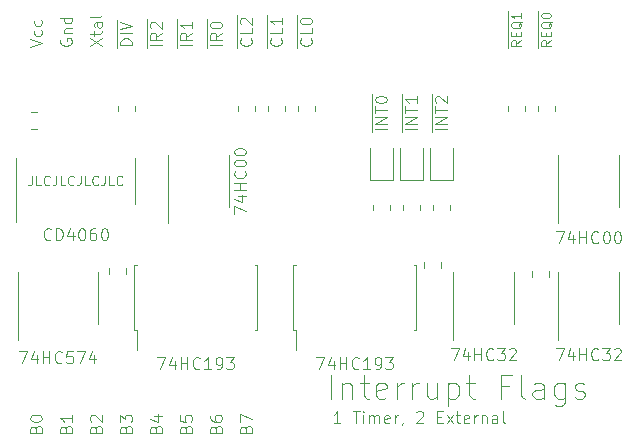
<source format=gbr>
%TF.GenerationSoftware,KiCad,Pcbnew,(5.1.10-1-10_14)*%
%TF.CreationDate,2021-11-15T20:19:36-05:00*%
%TF.ProjectId,interrupts,696e7465-7272-4757-9074-732e6b696361,rev?*%
%TF.SameCoordinates,Original*%
%TF.FileFunction,Legend,Top*%
%TF.FilePolarity,Positive*%
%FSLAX46Y46*%
G04 Gerber Fmt 4.6, Leading zero omitted, Abs format (unit mm)*
G04 Created by KiCad (PCBNEW (5.1.10-1-10_14)) date 2021-11-15 20:19:36*
%MOMM*%
%LPD*%
G01*
G04 APERTURE LIST*
%ADD10C,0.100000*%
%ADD11C,0.120000*%
G04 APERTURE END LIST*
D10*
X137528761Y-93033904D02*
X137528761Y-93605333D01*
X137490666Y-93719619D01*
X137414476Y-93795809D01*
X137300190Y-93833904D01*
X137224000Y-93833904D01*
X138290666Y-93833904D02*
X137909714Y-93833904D01*
X137909714Y-93033904D01*
X139014476Y-93757714D02*
X138976380Y-93795809D01*
X138862095Y-93833904D01*
X138785904Y-93833904D01*
X138671619Y-93795809D01*
X138595428Y-93719619D01*
X138557333Y-93643428D01*
X138519238Y-93491047D01*
X138519238Y-93376761D01*
X138557333Y-93224380D01*
X138595428Y-93148190D01*
X138671619Y-93072000D01*
X138785904Y-93033904D01*
X138862095Y-93033904D01*
X138976380Y-93072000D01*
X139014476Y-93110095D01*
X139585904Y-93033904D02*
X139585904Y-93605333D01*
X139547809Y-93719619D01*
X139471619Y-93795809D01*
X139357333Y-93833904D01*
X139281142Y-93833904D01*
X140347809Y-93833904D02*
X139966857Y-93833904D01*
X139966857Y-93033904D01*
X141071619Y-93757714D02*
X141033523Y-93795809D01*
X140919238Y-93833904D01*
X140843047Y-93833904D01*
X140728761Y-93795809D01*
X140652571Y-93719619D01*
X140614476Y-93643428D01*
X140576380Y-93491047D01*
X140576380Y-93376761D01*
X140614476Y-93224380D01*
X140652571Y-93148190D01*
X140728761Y-93072000D01*
X140843047Y-93033904D01*
X140919238Y-93033904D01*
X141033523Y-93072000D01*
X141071619Y-93110095D01*
X141643047Y-93033904D02*
X141643047Y-93605333D01*
X141604952Y-93719619D01*
X141528761Y-93795809D01*
X141414476Y-93833904D01*
X141338285Y-93833904D01*
X142404952Y-93833904D02*
X142024000Y-93833904D01*
X142024000Y-93033904D01*
X143128761Y-93757714D02*
X143090666Y-93795809D01*
X142976380Y-93833904D01*
X142900190Y-93833904D01*
X142785904Y-93795809D01*
X142709714Y-93719619D01*
X142671619Y-93643428D01*
X142633523Y-93491047D01*
X142633523Y-93376761D01*
X142671619Y-93224380D01*
X142709714Y-93148190D01*
X142785904Y-93072000D01*
X142900190Y-93033904D01*
X142976380Y-93033904D01*
X143090666Y-93072000D01*
X143128761Y-93110095D01*
X143700190Y-93033904D02*
X143700190Y-93605333D01*
X143662095Y-93719619D01*
X143585904Y-93795809D01*
X143471619Y-93833904D01*
X143395428Y-93833904D01*
X144462095Y-93833904D02*
X144081142Y-93833904D01*
X144081142Y-93033904D01*
X145185904Y-93757714D02*
X145147809Y-93795809D01*
X145033523Y-93833904D01*
X144957333Y-93833904D01*
X144843047Y-93795809D01*
X144766857Y-93719619D01*
X144728761Y-93643428D01*
X144690666Y-93491047D01*
X144690666Y-93376761D01*
X144728761Y-93224380D01*
X144766857Y-93148190D01*
X144843047Y-93072000D01*
X144957333Y-93033904D01*
X145033523Y-93033904D01*
X145147809Y-93072000D01*
X145185904Y-93110095D01*
X163640904Y-113990380D02*
X163069476Y-113990380D01*
X163355190Y-113990380D02*
X163355190Y-112990380D01*
X163259952Y-113133238D01*
X163164714Y-113228476D01*
X163069476Y-113276095D01*
X164688523Y-112990380D02*
X165259952Y-112990380D01*
X164974238Y-113990380D02*
X164974238Y-112990380D01*
X165593285Y-113990380D02*
X165593285Y-113323714D01*
X165593285Y-112990380D02*
X165545666Y-113038000D01*
X165593285Y-113085619D01*
X165640904Y-113038000D01*
X165593285Y-112990380D01*
X165593285Y-113085619D01*
X166069476Y-113990380D02*
X166069476Y-113323714D01*
X166069476Y-113418952D02*
X166117095Y-113371333D01*
X166212333Y-113323714D01*
X166355190Y-113323714D01*
X166450428Y-113371333D01*
X166498047Y-113466571D01*
X166498047Y-113990380D01*
X166498047Y-113466571D02*
X166545666Y-113371333D01*
X166640904Y-113323714D01*
X166783761Y-113323714D01*
X166879000Y-113371333D01*
X166926619Y-113466571D01*
X166926619Y-113990380D01*
X167783761Y-113942761D02*
X167688523Y-113990380D01*
X167498047Y-113990380D01*
X167402809Y-113942761D01*
X167355190Y-113847523D01*
X167355190Y-113466571D01*
X167402809Y-113371333D01*
X167498047Y-113323714D01*
X167688523Y-113323714D01*
X167783761Y-113371333D01*
X167831380Y-113466571D01*
X167831380Y-113561809D01*
X167355190Y-113657047D01*
X168259952Y-113990380D02*
X168259952Y-113323714D01*
X168259952Y-113514190D02*
X168307571Y-113418952D01*
X168355190Y-113371333D01*
X168450428Y-113323714D01*
X168545666Y-113323714D01*
X168926619Y-113942761D02*
X168926619Y-113990380D01*
X168879000Y-114085619D01*
X168831380Y-114133238D01*
X170069476Y-113085619D02*
X170117095Y-113038000D01*
X170212333Y-112990380D01*
X170450428Y-112990380D01*
X170545666Y-113038000D01*
X170593285Y-113085619D01*
X170640904Y-113180857D01*
X170640904Y-113276095D01*
X170593285Y-113418952D01*
X170021857Y-113990380D01*
X170640904Y-113990380D01*
X171831380Y-113466571D02*
X172164714Y-113466571D01*
X172307571Y-113990380D02*
X171831380Y-113990380D01*
X171831380Y-112990380D01*
X172307571Y-112990380D01*
X172640904Y-113990380D02*
X173164714Y-113323714D01*
X172640904Y-113323714D02*
X173164714Y-113990380D01*
X173402809Y-113323714D02*
X173783761Y-113323714D01*
X173545666Y-112990380D02*
X173545666Y-113847523D01*
X173593285Y-113942761D01*
X173688523Y-113990380D01*
X173783761Y-113990380D01*
X174498047Y-113942761D02*
X174402809Y-113990380D01*
X174212333Y-113990380D01*
X174117095Y-113942761D01*
X174069476Y-113847523D01*
X174069476Y-113466571D01*
X174117095Y-113371333D01*
X174212333Y-113323714D01*
X174402809Y-113323714D01*
X174498047Y-113371333D01*
X174545666Y-113466571D01*
X174545666Y-113561809D01*
X174069476Y-113657047D01*
X174974238Y-113990380D02*
X174974238Y-113323714D01*
X174974238Y-113514190D02*
X175021857Y-113418952D01*
X175069476Y-113371333D01*
X175164714Y-113323714D01*
X175259952Y-113323714D01*
X175593285Y-113323714D02*
X175593285Y-113990380D01*
X175593285Y-113418952D02*
X175640904Y-113371333D01*
X175736142Y-113323714D01*
X175879000Y-113323714D01*
X175974238Y-113371333D01*
X176021857Y-113466571D01*
X176021857Y-113990380D01*
X176926619Y-113990380D02*
X176926619Y-113466571D01*
X176879000Y-113371333D01*
X176783761Y-113323714D01*
X176593285Y-113323714D01*
X176498047Y-113371333D01*
X176926619Y-113942761D02*
X176831380Y-113990380D01*
X176593285Y-113990380D01*
X176498047Y-113942761D01*
X176450428Y-113847523D01*
X176450428Y-113752285D01*
X176498047Y-113657047D01*
X176593285Y-113609428D01*
X176831380Y-113609428D01*
X176926619Y-113561809D01*
X177545666Y-113990380D02*
X177450428Y-113942761D01*
X177402809Y-113847523D01*
X177402809Y-112990380D01*
X162847190Y-111902761D02*
X162847190Y-109902761D01*
X163799571Y-110569428D02*
X163799571Y-111902761D01*
X163799571Y-110759904D02*
X163894809Y-110664666D01*
X164085285Y-110569428D01*
X164371000Y-110569428D01*
X164561476Y-110664666D01*
X164656714Y-110855142D01*
X164656714Y-111902761D01*
X165323380Y-110569428D02*
X166085285Y-110569428D01*
X165609095Y-109902761D02*
X165609095Y-111617047D01*
X165704333Y-111807523D01*
X165894809Y-111902761D01*
X166085285Y-111902761D01*
X167513857Y-111807523D02*
X167323380Y-111902761D01*
X166942428Y-111902761D01*
X166751952Y-111807523D01*
X166656714Y-111617047D01*
X166656714Y-110855142D01*
X166751952Y-110664666D01*
X166942428Y-110569428D01*
X167323380Y-110569428D01*
X167513857Y-110664666D01*
X167609095Y-110855142D01*
X167609095Y-111045619D01*
X166656714Y-111236095D01*
X168466238Y-111902761D02*
X168466238Y-110569428D01*
X168466238Y-110950380D02*
X168561476Y-110759904D01*
X168656714Y-110664666D01*
X168847190Y-110569428D01*
X169037666Y-110569428D01*
X169704333Y-111902761D02*
X169704333Y-110569428D01*
X169704333Y-110950380D02*
X169799571Y-110759904D01*
X169894809Y-110664666D01*
X170085285Y-110569428D01*
X170275761Y-110569428D01*
X171799571Y-110569428D02*
X171799571Y-111902761D01*
X170942428Y-110569428D02*
X170942428Y-111617047D01*
X171037666Y-111807523D01*
X171228142Y-111902761D01*
X171513857Y-111902761D01*
X171704333Y-111807523D01*
X171799571Y-111712285D01*
X172751952Y-110569428D02*
X172751952Y-112569428D01*
X172751952Y-110664666D02*
X172942428Y-110569428D01*
X173323380Y-110569428D01*
X173513857Y-110664666D01*
X173609095Y-110759904D01*
X173704333Y-110950380D01*
X173704333Y-111521809D01*
X173609095Y-111712285D01*
X173513857Y-111807523D01*
X173323380Y-111902761D01*
X172942428Y-111902761D01*
X172751952Y-111807523D01*
X174275761Y-110569428D02*
X175037666Y-110569428D01*
X174561476Y-109902761D02*
X174561476Y-111617047D01*
X174656714Y-111807523D01*
X174847190Y-111902761D01*
X175037666Y-111902761D01*
X177894809Y-110855142D02*
X177228142Y-110855142D01*
X177228142Y-111902761D02*
X177228142Y-109902761D01*
X178180523Y-109902761D01*
X179228142Y-111902761D02*
X179037666Y-111807523D01*
X178942428Y-111617047D01*
X178942428Y-109902761D01*
X180847190Y-111902761D02*
X180847190Y-110855142D01*
X180751952Y-110664666D01*
X180561476Y-110569428D01*
X180180523Y-110569428D01*
X179990047Y-110664666D01*
X180847190Y-111807523D02*
X180656714Y-111902761D01*
X180180523Y-111902761D01*
X179990047Y-111807523D01*
X179894809Y-111617047D01*
X179894809Y-111426571D01*
X179990047Y-111236095D01*
X180180523Y-111140857D01*
X180656714Y-111140857D01*
X180847190Y-111045619D01*
X182656714Y-110569428D02*
X182656714Y-112188476D01*
X182561476Y-112378952D01*
X182466238Y-112474190D01*
X182275761Y-112569428D01*
X181990047Y-112569428D01*
X181799571Y-112474190D01*
X182656714Y-111807523D02*
X182466238Y-111902761D01*
X182085285Y-111902761D01*
X181894809Y-111807523D01*
X181799571Y-111712285D01*
X181704333Y-111521809D01*
X181704333Y-110950380D01*
X181799571Y-110759904D01*
X181894809Y-110664666D01*
X182085285Y-110569428D01*
X182466238Y-110569428D01*
X182656714Y-110664666D01*
X183513857Y-111807523D02*
X183704333Y-111902761D01*
X184085285Y-111902761D01*
X184275761Y-111807523D01*
X184371000Y-111617047D01*
X184371000Y-111521809D01*
X184275761Y-111331333D01*
X184085285Y-111236095D01*
X183799571Y-111236095D01*
X183609095Y-111140857D01*
X183513857Y-110950380D01*
X183513857Y-110855142D01*
X183609095Y-110664666D01*
X183799571Y-110569428D01*
X184085285Y-110569428D01*
X184275761Y-110664666D01*
X155630571Y-114475952D02*
X155678190Y-114333095D01*
X155725809Y-114285476D01*
X155821047Y-114237857D01*
X155963904Y-114237857D01*
X156059142Y-114285476D01*
X156106761Y-114333095D01*
X156154380Y-114428333D01*
X156154380Y-114809285D01*
X155154380Y-114809285D01*
X155154380Y-114475952D01*
X155202000Y-114380714D01*
X155249619Y-114333095D01*
X155344857Y-114285476D01*
X155440095Y-114285476D01*
X155535333Y-114333095D01*
X155582952Y-114380714D01*
X155630571Y-114475952D01*
X155630571Y-114809285D01*
X155154380Y-113904523D02*
X155154380Y-113237857D01*
X156154380Y-113666428D01*
X153090571Y-114475952D02*
X153138190Y-114333095D01*
X153185809Y-114285476D01*
X153281047Y-114237857D01*
X153423904Y-114237857D01*
X153519142Y-114285476D01*
X153566761Y-114333095D01*
X153614380Y-114428333D01*
X153614380Y-114809285D01*
X152614380Y-114809285D01*
X152614380Y-114475952D01*
X152662000Y-114380714D01*
X152709619Y-114333095D01*
X152804857Y-114285476D01*
X152900095Y-114285476D01*
X152995333Y-114333095D01*
X153042952Y-114380714D01*
X153090571Y-114475952D01*
X153090571Y-114809285D01*
X152614380Y-113380714D02*
X152614380Y-113571190D01*
X152662000Y-113666428D01*
X152709619Y-113714047D01*
X152852476Y-113809285D01*
X153042952Y-113856904D01*
X153423904Y-113856904D01*
X153519142Y-113809285D01*
X153566761Y-113761666D01*
X153614380Y-113666428D01*
X153614380Y-113475952D01*
X153566761Y-113380714D01*
X153519142Y-113333095D01*
X153423904Y-113285476D01*
X153185809Y-113285476D01*
X153090571Y-113333095D01*
X153042952Y-113380714D01*
X152995333Y-113475952D01*
X152995333Y-113666428D01*
X153042952Y-113761666D01*
X153090571Y-113809285D01*
X153185809Y-113856904D01*
X150550571Y-114475952D02*
X150598190Y-114333095D01*
X150645809Y-114285476D01*
X150741047Y-114237857D01*
X150883904Y-114237857D01*
X150979142Y-114285476D01*
X151026761Y-114333095D01*
X151074380Y-114428333D01*
X151074380Y-114809285D01*
X150074380Y-114809285D01*
X150074380Y-114475952D01*
X150122000Y-114380714D01*
X150169619Y-114333095D01*
X150264857Y-114285476D01*
X150360095Y-114285476D01*
X150455333Y-114333095D01*
X150502952Y-114380714D01*
X150550571Y-114475952D01*
X150550571Y-114809285D01*
X150074380Y-113333095D02*
X150074380Y-113809285D01*
X150550571Y-113856904D01*
X150502952Y-113809285D01*
X150455333Y-113714047D01*
X150455333Y-113475952D01*
X150502952Y-113380714D01*
X150550571Y-113333095D01*
X150645809Y-113285476D01*
X150883904Y-113285476D01*
X150979142Y-113333095D01*
X151026761Y-113380714D01*
X151074380Y-113475952D01*
X151074380Y-113714047D01*
X151026761Y-113809285D01*
X150979142Y-113856904D01*
X148010571Y-114475952D02*
X148058190Y-114333095D01*
X148105809Y-114285476D01*
X148201047Y-114237857D01*
X148343904Y-114237857D01*
X148439142Y-114285476D01*
X148486761Y-114333095D01*
X148534380Y-114428333D01*
X148534380Y-114809285D01*
X147534380Y-114809285D01*
X147534380Y-114475952D01*
X147582000Y-114380714D01*
X147629619Y-114333095D01*
X147724857Y-114285476D01*
X147820095Y-114285476D01*
X147915333Y-114333095D01*
X147962952Y-114380714D01*
X148010571Y-114475952D01*
X148010571Y-114809285D01*
X147867714Y-113380714D02*
X148534380Y-113380714D01*
X147486761Y-113618809D02*
X148201047Y-113856904D01*
X148201047Y-113237857D01*
X145470571Y-114475952D02*
X145518190Y-114333095D01*
X145565809Y-114285476D01*
X145661047Y-114237857D01*
X145803904Y-114237857D01*
X145899142Y-114285476D01*
X145946761Y-114333095D01*
X145994380Y-114428333D01*
X145994380Y-114809285D01*
X144994380Y-114809285D01*
X144994380Y-114475952D01*
X145042000Y-114380714D01*
X145089619Y-114333095D01*
X145184857Y-114285476D01*
X145280095Y-114285476D01*
X145375333Y-114333095D01*
X145422952Y-114380714D01*
X145470571Y-114475952D01*
X145470571Y-114809285D01*
X144994380Y-113904523D02*
X144994380Y-113285476D01*
X145375333Y-113618809D01*
X145375333Y-113475952D01*
X145422952Y-113380714D01*
X145470571Y-113333095D01*
X145565809Y-113285476D01*
X145803904Y-113285476D01*
X145899142Y-113333095D01*
X145946761Y-113380714D01*
X145994380Y-113475952D01*
X145994380Y-113761666D01*
X145946761Y-113856904D01*
X145899142Y-113904523D01*
X142930571Y-114475952D02*
X142978190Y-114333095D01*
X143025809Y-114285476D01*
X143121047Y-114237857D01*
X143263904Y-114237857D01*
X143359142Y-114285476D01*
X143406761Y-114333095D01*
X143454380Y-114428333D01*
X143454380Y-114809285D01*
X142454380Y-114809285D01*
X142454380Y-114475952D01*
X142502000Y-114380714D01*
X142549619Y-114333095D01*
X142644857Y-114285476D01*
X142740095Y-114285476D01*
X142835333Y-114333095D01*
X142882952Y-114380714D01*
X142930571Y-114475952D01*
X142930571Y-114809285D01*
X142549619Y-113856904D02*
X142502000Y-113809285D01*
X142454380Y-113714047D01*
X142454380Y-113475952D01*
X142502000Y-113380714D01*
X142549619Y-113333095D01*
X142644857Y-113285476D01*
X142740095Y-113285476D01*
X142882952Y-113333095D01*
X143454380Y-113904523D01*
X143454380Y-113285476D01*
X140390571Y-114475952D02*
X140438190Y-114333095D01*
X140485809Y-114285476D01*
X140581047Y-114237857D01*
X140723904Y-114237857D01*
X140819142Y-114285476D01*
X140866761Y-114333095D01*
X140914380Y-114428333D01*
X140914380Y-114809285D01*
X139914380Y-114809285D01*
X139914380Y-114475952D01*
X139962000Y-114380714D01*
X140009619Y-114333095D01*
X140104857Y-114285476D01*
X140200095Y-114285476D01*
X140295333Y-114333095D01*
X140342952Y-114380714D01*
X140390571Y-114475952D01*
X140390571Y-114809285D01*
X140914380Y-113285476D02*
X140914380Y-113856904D01*
X140914380Y-113571190D02*
X139914380Y-113571190D01*
X140057238Y-113666428D01*
X140152476Y-113761666D01*
X140200095Y-113856904D01*
X137850571Y-114475952D02*
X137898190Y-114333095D01*
X137945809Y-114285476D01*
X138041047Y-114237857D01*
X138183904Y-114237857D01*
X138279142Y-114285476D01*
X138326761Y-114333095D01*
X138374380Y-114428333D01*
X138374380Y-114809285D01*
X137374380Y-114809285D01*
X137374380Y-114475952D01*
X137422000Y-114380714D01*
X137469619Y-114333095D01*
X137564857Y-114285476D01*
X137660095Y-114285476D01*
X137755333Y-114333095D01*
X137802952Y-114380714D01*
X137850571Y-114475952D01*
X137850571Y-114809285D01*
X137374380Y-113618809D02*
X137374380Y-113523571D01*
X137422000Y-113428333D01*
X137469619Y-113380714D01*
X137564857Y-113333095D01*
X137755333Y-113285476D01*
X137993428Y-113285476D01*
X138183904Y-113333095D01*
X138279142Y-113380714D01*
X138326761Y-113428333D01*
X138374380Y-113523571D01*
X138374380Y-113618809D01*
X138326761Y-113714047D01*
X138279142Y-113761666D01*
X138183904Y-113809285D01*
X137993428Y-113856904D01*
X137755333Y-113856904D01*
X137564857Y-113809285D01*
X137469619Y-113761666D01*
X137422000Y-113714047D01*
X137374380Y-113618809D01*
X177856000Y-82231000D02*
X177856000Y-81431000D01*
X178923904Y-81583380D02*
X178542952Y-81850047D01*
X178923904Y-82040523D02*
X178123904Y-82040523D01*
X178123904Y-81735761D01*
X178162000Y-81659571D01*
X178200095Y-81621476D01*
X178276285Y-81583380D01*
X178390571Y-81583380D01*
X178466761Y-81621476D01*
X178504857Y-81659571D01*
X178542952Y-81735761D01*
X178542952Y-82040523D01*
X177856000Y-81431000D02*
X177856000Y-80707190D01*
X178504857Y-81240523D02*
X178504857Y-80973857D01*
X178923904Y-80859571D02*
X178923904Y-81240523D01*
X178123904Y-81240523D01*
X178123904Y-80859571D01*
X177856000Y-80707190D02*
X177856000Y-79869095D01*
X179000095Y-79983380D02*
X178962000Y-80059571D01*
X178885809Y-80135761D01*
X178771523Y-80250047D01*
X178733428Y-80326238D01*
X178733428Y-80402428D01*
X178923904Y-80364333D02*
X178885809Y-80440523D01*
X178809619Y-80516714D01*
X178657238Y-80554809D01*
X178390571Y-80554809D01*
X178238190Y-80516714D01*
X178162000Y-80440523D01*
X178123904Y-80364333D01*
X178123904Y-80211952D01*
X178162000Y-80135761D01*
X178238190Y-80059571D01*
X178390571Y-80021476D01*
X178657238Y-80021476D01*
X178809619Y-80059571D01*
X178885809Y-80135761D01*
X178923904Y-80211952D01*
X178923904Y-80364333D01*
X177856000Y-79869095D02*
X177856000Y-79107190D01*
X178923904Y-79259571D02*
X178923904Y-79716714D01*
X178923904Y-79488142D02*
X178123904Y-79488142D01*
X178238190Y-79564333D01*
X178314380Y-79640523D01*
X178352476Y-79716714D01*
X180396000Y-82231000D02*
X180396000Y-81431000D01*
X181463904Y-81583380D02*
X181082952Y-81850047D01*
X181463904Y-82040523D02*
X180663904Y-82040523D01*
X180663904Y-81735761D01*
X180702000Y-81659571D01*
X180740095Y-81621476D01*
X180816285Y-81583380D01*
X180930571Y-81583380D01*
X181006761Y-81621476D01*
X181044857Y-81659571D01*
X181082952Y-81735761D01*
X181082952Y-82040523D01*
X180396000Y-81431000D02*
X180396000Y-80707190D01*
X181044857Y-81240523D02*
X181044857Y-80973857D01*
X181463904Y-80859571D02*
X181463904Y-81240523D01*
X180663904Y-81240523D01*
X180663904Y-80859571D01*
X180396000Y-80707190D02*
X180396000Y-79869095D01*
X181540095Y-79983380D02*
X181502000Y-80059571D01*
X181425809Y-80135761D01*
X181311523Y-80250047D01*
X181273428Y-80326238D01*
X181273428Y-80402428D01*
X181463904Y-80364333D02*
X181425809Y-80440523D01*
X181349619Y-80516714D01*
X181197238Y-80554809D01*
X180930571Y-80554809D01*
X180778190Y-80516714D01*
X180702000Y-80440523D01*
X180663904Y-80364333D01*
X180663904Y-80211952D01*
X180702000Y-80135761D01*
X180778190Y-80059571D01*
X180930571Y-80021476D01*
X181197238Y-80021476D01*
X181349619Y-80059571D01*
X181425809Y-80135761D01*
X181463904Y-80211952D01*
X181463904Y-80364333D01*
X180396000Y-79869095D02*
X180396000Y-79107190D01*
X180663904Y-79526238D02*
X180663904Y-79450047D01*
X180702000Y-79373857D01*
X180740095Y-79335761D01*
X180816285Y-79297666D01*
X180968666Y-79259571D01*
X181159142Y-79259571D01*
X181311523Y-79297666D01*
X181387714Y-79335761D01*
X181425809Y-79373857D01*
X181463904Y-79450047D01*
X181463904Y-79526238D01*
X181425809Y-79602428D01*
X181387714Y-79640523D01*
X181311523Y-79678619D01*
X181159142Y-79716714D01*
X180968666Y-79716714D01*
X180816285Y-79678619D01*
X180740095Y-79640523D01*
X180702000Y-79602428D01*
X180663904Y-79526238D01*
X159932000Y-82231000D02*
X159932000Y-81231000D01*
X161139142Y-81421476D02*
X161186761Y-81469095D01*
X161234380Y-81611952D01*
X161234380Y-81707190D01*
X161186761Y-81850047D01*
X161091523Y-81945285D01*
X160996285Y-81992904D01*
X160805809Y-82040523D01*
X160662952Y-82040523D01*
X160472476Y-81992904D01*
X160377238Y-81945285D01*
X160282000Y-81850047D01*
X160234380Y-81707190D01*
X160234380Y-81611952D01*
X160282000Y-81469095D01*
X160329619Y-81421476D01*
X159932000Y-81231000D02*
X159932000Y-80421476D01*
X161234380Y-80516714D02*
X161234380Y-80992904D01*
X160234380Y-80992904D01*
X159932000Y-80421476D02*
X159932000Y-79469095D01*
X160234380Y-79992904D02*
X160234380Y-79897666D01*
X160282000Y-79802428D01*
X160329619Y-79754809D01*
X160424857Y-79707190D01*
X160615333Y-79659571D01*
X160853428Y-79659571D01*
X161043904Y-79707190D01*
X161139142Y-79754809D01*
X161186761Y-79802428D01*
X161234380Y-79897666D01*
X161234380Y-79992904D01*
X161186761Y-80088142D01*
X161139142Y-80135761D01*
X161043904Y-80183380D01*
X160853428Y-80231000D01*
X160615333Y-80231000D01*
X160424857Y-80183380D01*
X160329619Y-80135761D01*
X160282000Y-80088142D01*
X160234380Y-79992904D01*
X157392000Y-82231000D02*
X157392000Y-81231000D01*
X158599142Y-81421476D02*
X158646761Y-81469095D01*
X158694380Y-81611952D01*
X158694380Y-81707190D01*
X158646761Y-81850047D01*
X158551523Y-81945285D01*
X158456285Y-81992904D01*
X158265809Y-82040523D01*
X158122952Y-82040523D01*
X157932476Y-81992904D01*
X157837238Y-81945285D01*
X157742000Y-81850047D01*
X157694380Y-81707190D01*
X157694380Y-81611952D01*
X157742000Y-81469095D01*
X157789619Y-81421476D01*
X157392000Y-81231000D02*
X157392000Y-80421476D01*
X158694380Y-80516714D02*
X158694380Y-80992904D01*
X157694380Y-80992904D01*
X157392000Y-80421476D02*
X157392000Y-79469095D01*
X158694380Y-79659571D02*
X158694380Y-80231000D01*
X158694380Y-79945285D02*
X157694380Y-79945285D01*
X157837238Y-80040523D01*
X157932476Y-80135761D01*
X157980095Y-80231000D01*
X154852000Y-82231000D02*
X154852000Y-81231000D01*
X156059142Y-81421476D02*
X156106761Y-81469095D01*
X156154380Y-81611952D01*
X156154380Y-81707190D01*
X156106761Y-81850047D01*
X156011523Y-81945285D01*
X155916285Y-81992904D01*
X155725809Y-82040523D01*
X155582952Y-82040523D01*
X155392476Y-81992904D01*
X155297238Y-81945285D01*
X155202000Y-81850047D01*
X155154380Y-81707190D01*
X155154380Y-81611952D01*
X155202000Y-81469095D01*
X155249619Y-81421476D01*
X154852000Y-81231000D02*
X154852000Y-80421476D01*
X156154380Y-80516714D02*
X156154380Y-80992904D01*
X155154380Y-80992904D01*
X154852000Y-80421476D02*
X154852000Y-79469095D01*
X155249619Y-80231000D02*
X155202000Y-80183380D01*
X155154380Y-80088142D01*
X155154380Y-79850047D01*
X155202000Y-79754809D01*
X155249619Y-79707190D01*
X155344857Y-79659571D01*
X155440095Y-79659571D01*
X155582952Y-79707190D01*
X156154380Y-80278619D01*
X156154380Y-79659571D01*
X152312000Y-82231000D02*
X152312000Y-81754809D01*
X153614380Y-81992904D02*
X152614380Y-81992904D01*
X152312000Y-81754809D02*
X152312000Y-80754809D01*
X153614380Y-80945285D02*
X153138190Y-81278619D01*
X153614380Y-81516714D02*
X152614380Y-81516714D01*
X152614380Y-81135761D01*
X152662000Y-81040523D01*
X152709619Y-80992904D01*
X152804857Y-80945285D01*
X152947714Y-80945285D01*
X153042952Y-80992904D01*
X153090571Y-81040523D01*
X153138190Y-81135761D01*
X153138190Y-81516714D01*
X152312000Y-80754809D02*
X152312000Y-79802428D01*
X152614380Y-80326238D02*
X152614380Y-80231000D01*
X152662000Y-80135761D01*
X152709619Y-80088142D01*
X152804857Y-80040523D01*
X152995333Y-79992904D01*
X153233428Y-79992904D01*
X153423904Y-80040523D01*
X153519142Y-80088142D01*
X153566761Y-80135761D01*
X153614380Y-80231000D01*
X153614380Y-80326238D01*
X153566761Y-80421476D01*
X153519142Y-80469095D01*
X153423904Y-80516714D01*
X153233428Y-80564333D01*
X152995333Y-80564333D01*
X152804857Y-80516714D01*
X152709619Y-80469095D01*
X152662000Y-80421476D01*
X152614380Y-80326238D01*
X149772000Y-82231000D02*
X149772000Y-81754809D01*
X151074380Y-81992904D02*
X150074380Y-81992904D01*
X149772000Y-81754809D02*
X149772000Y-80754809D01*
X151074380Y-80945285D02*
X150598190Y-81278619D01*
X151074380Y-81516714D02*
X150074380Y-81516714D01*
X150074380Y-81135761D01*
X150122000Y-81040523D01*
X150169619Y-80992904D01*
X150264857Y-80945285D01*
X150407714Y-80945285D01*
X150502952Y-80992904D01*
X150550571Y-81040523D01*
X150598190Y-81135761D01*
X150598190Y-81516714D01*
X149772000Y-80754809D02*
X149772000Y-79802428D01*
X151074380Y-79992904D02*
X151074380Y-80564333D01*
X151074380Y-80278619D02*
X150074380Y-80278619D01*
X150217238Y-80373857D01*
X150312476Y-80469095D01*
X150360095Y-80564333D01*
X147232000Y-82231000D02*
X147232000Y-81754809D01*
X148534380Y-81992904D02*
X147534380Y-81992904D01*
X147232000Y-81754809D02*
X147232000Y-80754809D01*
X148534380Y-80945285D02*
X148058190Y-81278619D01*
X148534380Y-81516714D02*
X147534380Y-81516714D01*
X147534380Y-81135761D01*
X147582000Y-81040523D01*
X147629619Y-80992904D01*
X147724857Y-80945285D01*
X147867714Y-80945285D01*
X147962952Y-80992904D01*
X148010571Y-81040523D01*
X148058190Y-81135761D01*
X148058190Y-81516714D01*
X147232000Y-80754809D02*
X147232000Y-79802428D01*
X147629619Y-80564333D02*
X147582000Y-80516714D01*
X147534380Y-80421476D01*
X147534380Y-80183380D01*
X147582000Y-80088142D01*
X147629619Y-80040523D01*
X147724857Y-79992904D01*
X147820095Y-79992904D01*
X147962952Y-80040523D01*
X148534380Y-80611952D01*
X148534380Y-79992904D01*
X144692000Y-82231000D02*
X144692000Y-81231000D01*
X145994380Y-81992904D02*
X144994380Y-81992904D01*
X144994380Y-81754809D01*
X145042000Y-81611952D01*
X145137238Y-81516714D01*
X145232476Y-81469095D01*
X145422952Y-81421476D01*
X145565809Y-81421476D01*
X145756285Y-81469095D01*
X145851523Y-81516714D01*
X145946761Y-81611952D01*
X145994380Y-81754809D01*
X145994380Y-81992904D01*
X144692000Y-81231000D02*
X144692000Y-80754809D01*
X145994380Y-80992904D02*
X144994380Y-80992904D01*
X144692000Y-80754809D02*
X144692000Y-79897666D01*
X144994380Y-80659571D02*
X145994380Y-80326238D01*
X144994380Y-79992904D01*
X142454380Y-82088142D02*
X143454380Y-81421476D01*
X142454380Y-81421476D02*
X143454380Y-82088142D01*
X142787714Y-81183380D02*
X142787714Y-80802428D01*
X142454380Y-81040523D02*
X143311523Y-81040523D01*
X143406761Y-80992904D01*
X143454380Y-80897666D01*
X143454380Y-80802428D01*
X143454380Y-80040523D02*
X142930571Y-80040523D01*
X142835333Y-80088142D01*
X142787714Y-80183380D01*
X142787714Y-80373857D01*
X142835333Y-80469095D01*
X143406761Y-80040523D02*
X143454380Y-80135761D01*
X143454380Y-80373857D01*
X143406761Y-80469095D01*
X143311523Y-80516714D01*
X143216285Y-80516714D01*
X143121047Y-80469095D01*
X143073428Y-80373857D01*
X143073428Y-80135761D01*
X143025809Y-80040523D01*
X143454380Y-79421476D02*
X143406761Y-79516714D01*
X143311523Y-79564333D01*
X142454380Y-79564333D01*
X139962000Y-81469095D02*
X139914380Y-81564333D01*
X139914380Y-81707190D01*
X139962000Y-81850047D01*
X140057238Y-81945285D01*
X140152476Y-81992904D01*
X140342952Y-82040523D01*
X140485809Y-82040523D01*
X140676285Y-81992904D01*
X140771523Y-81945285D01*
X140866761Y-81850047D01*
X140914380Y-81707190D01*
X140914380Y-81611952D01*
X140866761Y-81469095D01*
X140819142Y-81421476D01*
X140485809Y-81421476D01*
X140485809Y-81611952D01*
X140247714Y-80992904D02*
X140914380Y-80992904D01*
X140342952Y-80992904D02*
X140295333Y-80945285D01*
X140247714Y-80850047D01*
X140247714Y-80707190D01*
X140295333Y-80611952D01*
X140390571Y-80564333D01*
X140914380Y-80564333D01*
X140914380Y-79659571D02*
X139914380Y-79659571D01*
X140866761Y-79659571D02*
X140914380Y-79754809D01*
X140914380Y-79945285D01*
X140866761Y-80040523D01*
X140819142Y-80088142D01*
X140723904Y-80135761D01*
X140438190Y-80135761D01*
X140342952Y-80088142D01*
X140295333Y-80040523D01*
X140247714Y-79945285D01*
X140247714Y-79754809D01*
X140295333Y-79659571D01*
X137374380Y-82135761D02*
X138374380Y-81802428D01*
X137374380Y-81469095D01*
X138326761Y-80707190D02*
X138374380Y-80802428D01*
X138374380Y-80992904D01*
X138326761Y-81088142D01*
X138279142Y-81135761D01*
X138183904Y-81183380D01*
X137898190Y-81183380D01*
X137802952Y-81135761D01*
X137755333Y-81088142D01*
X137707714Y-80992904D01*
X137707714Y-80802428D01*
X137755333Y-80707190D01*
X138326761Y-79850047D02*
X138374380Y-79945285D01*
X138374380Y-80135761D01*
X138326761Y-80231000D01*
X138279142Y-80278619D01*
X138183904Y-80326238D01*
X137898190Y-80326238D01*
X137802952Y-80278619D01*
X137755333Y-80231000D01*
X137707714Y-80135761D01*
X137707714Y-79945285D01*
X137755333Y-79850047D01*
X171362000Y-89343000D02*
X171362000Y-88866809D01*
X172664380Y-89104904D02*
X171664380Y-89104904D01*
X171362000Y-88866809D02*
X171362000Y-87819190D01*
X172664380Y-88628714D02*
X171664380Y-88628714D01*
X172664380Y-88057285D01*
X171664380Y-88057285D01*
X171362000Y-87819190D02*
X171362000Y-87057285D01*
X171664380Y-87723952D02*
X171664380Y-87152523D01*
X172664380Y-87438238D02*
X171664380Y-87438238D01*
X171362000Y-87057285D02*
X171362000Y-86104904D01*
X171759619Y-86866809D02*
X171712000Y-86819190D01*
X171664380Y-86723952D01*
X171664380Y-86485857D01*
X171712000Y-86390619D01*
X171759619Y-86343000D01*
X171854857Y-86295380D01*
X171950095Y-86295380D01*
X172092952Y-86343000D01*
X172664380Y-86914428D01*
X172664380Y-86295380D01*
X168822000Y-89343000D02*
X168822000Y-88866809D01*
X170124380Y-89104904D02*
X169124380Y-89104904D01*
X168822000Y-88866809D02*
X168822000Y-87819190D01*
X170124380Y-88628714D02*
X169124380Y-88628714D01*
X170124380Y-88057285D01*
X169124380Y-88057285D01*
X168822000Y-87819190D02*
X168822000Y-87057285D01*
X169124380Y-87723952D02*
X169124380Y-87152523D01*
X170124380Y-87438238D02*
X169124380Y-87438238D01*
X168822000Y-87057285D02*
X168822000Y-86104904D01*
X170124380Y-86295380D02*
X170124380Y-86866809D01*
X170124380Y-86581095D02*
X169124380Y-86581095D01*
X169267238Y-86676333D01*
X169362476Y-86771571D01*
X169410095Y-86866809D01*
X166282000Y-89343000D02*
X166282000Y-88866809D01*
X167584380Y-89104904D02*
X166584380Y-89104904D01*
X166282000Y-88866809D02*
X166282000Y-87819190D01*
X167584380Y-88628714D02*
X166584380Y-88628714D01*
X167584380Y-88057285D01*
X166584380Y-88057285D01*
X166282000Y-87819190D02*
X166282000Y-87057285D01*
X166584380Y-87723952D02*
X166584380Y-87152523D01*
X167584380Y-87438238D02*
X166584380Y-87438238D01*
X166282000Y-87057285D02*
X166282000Y-86104904D01*
X166584380Y-86628714D02*
X166584380Y-86533476D01*
X166632000Y-86438238D01*
X166679619Y-86390619D01*
X166774857Y-86343000D01*
X166965333Y-86295380D01*
X167203428Y-86295380D01*
X167393904Y-86343000D01*
X167489142Y-86390619D01*
X167536761Y-86438238D01*
X167584380Y-86533476D01*
X167584380Y-86628714D01*
X167536761Y-86723952D01*
X167489142Y-86771571D01*
X167393904Y-86819190D01*
X167203428Y-86866809D01*
X166965333Y-86866809D01*
X166774857Y-86819190D01*
X166679619Y-86771571D01*
X166632000Y-86723952D01*
X166584380Y-86628714D01*
D11*
%TO.C,U9*%
X170056000Y-103378000D02*
X170056000Y-100618000D01*
X170056000Y-100618000D02*
X169851000Y-100618000D01*
X170056000Y-103378000D02*
X170056000Y-106138000D01*
X170056000Y-106138000D02*
X169851000Y-106138000D01*
X159636000Y-103378000D02*
X159636000Y-100618000D01*
X159636000Y-100618000D02*
X159841000Y-100618000D01*
X159636000Y-103378000D02*
X159636000Y-106138000D01*
X159636000Y-106138000D02*
X159841000Y-106138000D01*
X159841000Y-106138000D02*
X159841000Y-107828000D01*
%TO.C,U8*%
X156594000Y-103378000D02*
X156594000Y-100618000D01*
X156594000Y-100618000D02*
X156389000Y-100618000D01*
X156594000Y-103378000D02*
X156594000Y-106138000D01*
X156594000Y-106138000D02*
X156389000Y-106138000D01*
X146174000Y-103378000D02*
X146174000Y-100618000D01*
X146174000Y-100618000D02*
X146379000Y-100618000D01*
X146174000Y-103378000D02*
X146174000Y-106138000D01*
X146174000Y-106138000D02*
X146379000Y-106138000D01*
X146379000Y-106138000D02*
X146379000Y-107828000D01*
%TO.C,U13*%
X154248000Y-93472000D02*
X154248000Y-91272000D01*
X154248000Y-93472000D02*
X154248000Y-95672000D01*
X149028000Y-93472000D02*
X149028000Y-91272000D01*
X149028000Y-93472000D02*
X149028000Y-97072000D01*
%TO.C,C4*%
X137406748Y-89127000D02*
X137929252Y-89127000D01*
X137406748Y-87657000D02*
X137929252Y-87657000D01*
%TO.C,C3*%
X179859000Y-101084748D02*
X179859000Y-101607252D01*
X181329000Y-101084748D02*
X181329000Y-101607252D01*
%TO.C,C2*%
X144045000Y-100830748D02*
X144045000Y-101353252D01*
X145515000Y-100830748D02*
X145515000Y-101353252D01*
%TO.C,C1*%
X170715000Y-100322748D02*
X170715000Y-100845252D01*
X172185000Y-100322748D02*
X172185000Y-100845252D01*
%TO.C,R9*%
X144807000Y-87148936D02*
X144807000Y-87603064D01*
X146277000Y-87148936D02*
X146277000Y-87603064D01*
%TO.C,R8*%
X177827000Y-87148936D02*
X177827000Y-87603064D01*
X179297000Y-87148936D02*
X179297000Y-87603064D01*
%TO.C,R7*%
X180367000Y-87148936D02*
X180367000Y-87603064D01*
X181837000Y-87148936D02*
X181837000Y-87603064D01*
%TO.C,R6*%
X154967000Y-87148936D02*
X154967000Y-87603064D01*
X156437000Y-87148936D02*
X156437000Y-87603064D01*
%TO.C,R5*%
X157507000Y-87148936D02*
X157507000Y-87603064D01*
X158977000Y-87148936D02*
X158977000Y-87603064D01*
%TO.C,R4*%
X160047000Y-87148936D02*
X160047000Y-87603064D01*
X161517000Y-87148936D02*
X161517000Y-87603064D01*
%TO.C,R3*%
X171477000Y-95530936D02*
X171477000Y-95985064D01*
X172947000Y-95530936D02*
X172947000Y-95985064D01*
%TO.C,R2*%
X168937000Y-95530936D02*
X168937000Y-95985064D01*
X170407000Y-95530936D02*
X170407000Y-95985064D01*
%TO.C,R1*%
X166397000Y-95530936D02*
X166397000Y-95985064D01*
X167867000Y-95530936D02*
X167867000Y-95985064D01*
%TO.C,D3*%
X173172000Y-93379000D02*
X173172000Y-90694000D01*
X171252000Y-93379000D02*
X173172000Y-93379000D01*
X171252000Y-90694000D02*
X171252000Y-93379000D01*
%TO.C,D2*%
X170632000Y-93379000D02*
X170632000Y-90694000D01*
X168712000Y-93379000D02*
X170632000Y-93379000D01*
X168712000Y-90694000D02*
X168712000Y-93379000D01*
%TO.C,D1*%
X168092000Y-93379000D02*
X168092000Y-90694000D01*
X166172000Y-93379000D02*
X168092000Y-93379000D01*
X166172000Y-90694000D02*
X166172000Y-93379000D01*
%TO.C,U12*%
X182048000Y-93472000D02*
X182048000Y-97072000D01*
X182048000Y-93472000D02*
X182048000Y-91272000D01*
X187268000Y-93472000D02*
X187268000Y-95672000D01*
X187268000Y-93472000D02*
X187268000Y-91272000D01*
%TO.C,U11*%
X182048000Y-103378000D02*
X182048000Y-106978000D01*
X182048000Y-103378000D02*
X182048000Y-101178000D01*
X187268000Y-103378000D02*
X187268000Y-105578000D01*
X187268000Y-103378000D02*
X187268000Y-101178000D01*
%TO.C,U10*%
X173158000Y-103378000D02*
X173158000Y-106978000D01*
X173158000Y-103378000D02*
X173158000Y-101178000D01*
X178378000Y-103378000D02*
X178378000Y-105578000D01*
X178378000Y-103378000D02*
X178378000Y-101178000D01*
%TO.C,U7*%
X136315000Y-103378000D02*
X136315000Y-106978000D01*
X136315000Y-103378000D02*
X136315000Y-101178000D01*
X143085000Y-103378000D02*
X143085000Y-105578000D01*
X143085000Y-103378000D02*
X143085000Y-101178000D01*
%TO.C,U6*%
X136164000Y-93472000D02*
X136164000Y-96922000D01*
X136164000Y-93472000D02*
X136164000Y-91522000D01*
X146284000Y-93472000D02*
X146284000Y-95422000D01*
X146284000Y-93472000D02*
X146284000Y-91522000D01*
%TO.C,U9*%
D10*
X161584095Y-108418380D02*
X162250761Y-108418380D01*
X161822190Y-109418380D01*
X163060285Y-108751714D02*
X163060285Y-109418380D01*
X162822190Y-108370761D02*
X162584095Y-109085047D01*
X163203142Y-109085047D01*
X163584095Y-109418380D02*
X163584095Y-108418380D01*
X163584095Y-108894571D02*
X164155523Y-108894571D01*
X164155523Y-109418380D02*
X164155523Y-108418380D01*
X165203142Y-109323142D02*
X165155523Y-109370761D01*
X165012666Y-109418380D01*
X164917428Y-109418380D01*
X164774571Y-109370761D01*
X164679333Y-109275523D01*
X164631714Y-109180285D01*
X164584095Y-108989809D01*
X164584095Y-108846952D01*
X164631714Y-108656476D01*
X164679333Y-108561238D01*
X164774571Y-108466000D01*
X164917428Y-108418380D01*
X165012666Y-108418380D01*
X165155523Y-108466000D01*
X165203142Y-108513619D01*
X166155523Y-109418380D02*
X165584095Y-109418380D01*
X165869809Y-109418380D02*
X165869809Y-108418380D01*
X165774571Y-108561238D01*
X165679333Y-108656476D01*
X165584095Y-108704095D01*
X166631714Y-109418380D02*
X166822190Y-109418380D01*
X166917428Y-109370761D01*
X166965047Y-109323142D01*
X167060285Y-109180285D01*
X167107904Y-108989809D01*
X167107904Y-108608857D01*
X167060285Y-108513619D01*
X167012666Y-108466000D01*
X166917428Y-108418380D01*
X166726952Y-108418380D01*
X166631714Y-108466000D01*
X166584095Y-108513619D01*
X166536476Y-108608857D01*
X166536476Y-108846952D01*
X166584095Y-108942190D01*
X166631714Y-108989809D01*
X166726952Y-109037428D01*
X166917428Y-109037428D01*
X167012666Y-108989809D01*
X167060285Y-108942190D01*
X167107904Y-108846952D01*
X167441238Y-108418380D02*
X168060285Y-108418380D01*
X167726952Y-108799333D01*
X167869809Y-108799333D01*
X167965047Y-108846952D01*
X168012666Y-108894571D01*
X168060285Y-108989809D01*
X168060285Y-109227904D01*
X168012666Y-109323142D01*
X167965047Y-109370761D01*
X167869809Y-109418380D01*
X167584095Y-109418380D01*
X167488857Y-109370761D01*
X167441238Y-109323142D01*
%TO.C,U8*%
X148122095Y-108418380D02*
X148788761Y-108418380D01*
X148360190Y-109418380D01*
X149598285Y-108751714D02*
X149598285Y-109418380D01*
X149360190Y-108370761D02*
X149122095Y-109085047D01*
X149741142Y-109085047D01*
X150122095Y-109418380D02*
X150122095Y-108418380D01*
X150122095Y-108894571D02*
X150693523Y-108894571D01*
X150693523Y-109418380D02*
X150693523Y-108418380D01*
X151741142Y-109323142D02*
X151693523Y-109370761D01*
X151550666Y-109418380D01*
X151455428Y-109418380D01*
X151312571Y-109370761D01*
X151217333Y-109275523D01*
X151169714Y-109180285D01*
X151122095Y-108989809D01*
X151122095Y-108846952D01*
X151169714Y-108656476D01*
X151217333Y-108561238D01*
X151312571Y-108466000D01*
X151455428Y-108418380D01*
X151550666Y-108418380D01*
X151693523Y-108466000D01*
X151741142Y-108513619D01*
X152693523Y-109418380D02*
X152122095Y-109418380D01*
X152407809Y-109418380D02*
X152407809Y-108418380D01*
X152312571Y-108561238D01*
X152217333Y-108656476D01*
X152122095Y-108704095D01*
X153169714Y-109418380D02*
X153360190Y-109418380D01*
X153455428Y-109370761D01*
X153503047Y-109323142D01*
X153598285Y-109180285D01*
X153645904Y-108989809D01*
X153645904Y-108608857D01*
X153598285Y-108513619D01*
X153550666Y-108466000D01*
X153455428Y-108418380D01*
X153264952Y-108418380D01*
X153169714Y-108466000D01*
X153122095Y-108513619D01*
X153074476Y-108608857D01*
X153074476Y-108846952D01*
X153122095Y-108942190D01*
X153169714Y-108989809D01*
X153264952Y-109037428D01*
X153455428Y-109037428D01*
X153550666Y-108989809D01*
X153598285Y-108942190D01*
X153645904Y-108846952D01*
X153979238Y-108418380D02*
X154598285Y-108418380D01*
X154264952Y-108799333D01*
X154407809Y-108799333D01*
X154503047Y-108846952D01*
X154550666Y-108894571D01*
X154598285Y-108989809D01*
X154598285Y-109227904D01*
X154550666Y-109323142D01*
X154503047Y-109370761D01*
X154407809Y-109418380D01*
X154122095Y-109418380D01*
X154026857Y-109370761D01*
X153979238Y-109323142D01*
%TO.C,U13*%
X154646380Y-96257714D02*
X154646380Y-95591047D01*
X155646380Y-96019619D01*
X154979714Y-94781523D02*
X155646380Y-94781523D01*
X154598761Y-95019619D02*
X155313047Y-95257714D01*
X155313047Y-94638666D01*
X155646380Y-94257714D02*
X154646380Y-94257714D01*
X155122571Y-94257714D02*
X155122571Y-93686285D01*
X155646380Y-93686285D02*
X154646380Y-93686285D01*
X155551142Y-92638666D02*
X155598761Y-92686285D01*
X155646380Y-92829142D01*
X155646380Y-92924380D01*
X155598761Y-93067238D01*
X155503523Y-93162476D01*
X155408285Y-93210095D01*
X155217809Y-93257714D01*
X155074952Y-93257714D01*
X154884476Y-93210095D01*
X154789238Y-93162476D01*
X154694000Y-93067238D01*
X154646380Y-92924380D01*
X154646380Y-92829142D01*
X154694000Y-92686285D01*
X154741619Y-92638666D01*
X154646380Y-92019619D02*
X154646380Y-91924380D01*
X154694000Y-91829142D01*
X154741619Y-91781523D01*
X154836857Y-91733904D01*
X155027333Y-91686285D01*
X155265428Y-91686285D01*
X155455904Y-91733904D01*
X155551142Y-91781523D01*
X155598761Y-91829142D01*
X155646380Y-91924380D01*
X155646380Y-92019619D01*
X155598761Y-92114857D01*
X155551142Y-92162476D01*
X155455904Y-92210095D01*
X155265428Y-92257714D01*
X155027333Y-92257714D01*
X154836857Y-92210095D01*
X154741619Y-92162476D01*
X154694000Y-92114857D01*
X154646380Y-92019619D01*
X154646380Y-91067238D02*
X154646380Y-90972000D01*
X154694000Y-90876761D01*
X154741619Y-90829142D01*
X154836857Y-90781523D01*
X155027333Y-90733904D01*
X155265428Y-90733904D01*
X155455904Y-90781523D01*
X155551142Y-90829142D01*
X155598761Y-90876761D01*
X155646380Y-90972000D01*
X155646380Y-91067238D01*
X155598761Y-91162476D01*
X155551142Y-91210095D01*
X155455904Y-91257714D01*
X155265428Y-91305333D01*
X155027333Y-91305333D01*
X154836857Y-91257714D01*
X154741619Y-91210095D01*
X154694000Y-91162476D01*
X154646380Y-91067238D01*
%TO.C,U12*%
X181872285Y-97750380D02*
X182538952Y-97750380D01*
X182110380Y-98750380D01*
X183348476Y-98083714D02*
X183348476Y-98750380D01*
X183110380Y-97702761D02*
X182872285Y-98417047D01*
X183491333Y-98417047D01*
X183872285Y-98750380D02*
X183872285Y-97750380D01*
X183872285Y-98226571D02*
X184443714Y-98226571D01*
X184443714Y-98750380D02*
X184443714Y-97750380D01*
X185491333Y-98655142D02*
X185443714Y-98702761D01*
X185300857Y-98750380D01*
X185205619Y-98750380D01*
X185062761Y-98702761D01*
X184967523Y-98607523D01*
X184919904Y-98512285D01*
X184872285Y-98321809D01*
X184872285Y-98178952D01*
X184919904Y-97988476D01*
X184967523Y-97893238D01*
X185062761Y-97798000D01*
X185205619Y-97750380D01*
X185300857Y-97750380D01*
X185443714Y-97798000D01*
X185491333Y-97845619D01*
X186110380Y-97750380D02*
X186205619Y-97750380D01*
X186300857Y-97798000D01*
X186348476Y-97845619D01*
X186396095Y-97940857D01*
X186443714Y-98131333D01*
X186443714Y-98369428D01*
X186396095Y-98559904D01*
X186348476Y-98655142D01*
X186300857Y-98702761D01*
X186205619Y-98750380D01*
X186110380Y-98750380D01*
X186015142Y-98702761D01*
X185967523Y-98655142D01*
X185919904Y-98559904D01*
X185872285Y-98369428D01*
X185872285Y-98131333D01*
X185919904Y-97940857D01*
X185967523Y-97845619D01*
X186015142Y-97798000D01*
X186110380Y-97750380D01*
X187062761Y-97750380D02*
X187158000Y-97750380D01*
X187253238Y-97798000D01*
X187300857Y-97845619D01*
X187348476Y-97940857D01*
X187396095Y-98131333D01*
X187396095Y-98369428D01*
X187348476Y-98559904D01*
X187300857Y-98655142D01*
X187253238Y-98702761D01*
X187158000Y-98750380D01*
X187062761Y-98750380D01*
X186967523Y-98702761D01*
X186919904Y-98655142D01*
X186872285Y-98559904D01*
X186824666Y-98369428D01*
X186824666Y-98131333D01*
X186872285Y-97940857D01*
X186919904Y-97845619D01*
X186967523Y-97798000D01*
X187062761Y-97750380D01*
%TO.C,U11*%
X181872285Y-107656380D02*
X182538952Y-107656380D01*
X182110380Y-108656380D01*
X183348476Y-107989714D02*
X183348476Y-108656380D01*
X183110380Y-107608761D02*
X182872285Y-108323047D01*
X183491333Y-108323047D01*
X183872285Y-108656380D02*
X183872285Y-107656380D01*
X183872285Y-108132571D02*
X184443714Y-108132571D01*
X184443714Y-108656380D02*
X184443714Y-107656380D01*
X185491333Y-108561142D02*
X185443714Y-108608761D01*
X185300857Y-108656380D01*
X185205619Y-108656380D01*
X185062761Y-108608761D01*
X184967523Y-108513523D01*
X184919904Y-108418285D01*
X184872285Y-108227809D01*
X184872285Y-108084952D01*
X184919904Y-107894476D01*
X184967523Y-107799238D01*
X185062761Y-107704000D01*
X185205619Y-107656380D01*
X185300857Y-107656380D01*
X185443714Y-107704000D01*
X185491333Y-107751619D01*
X185824666Y-107656380D02*
X186443714Y-107656380D01*
X186110380Y-108037333D01*
X186253238Y-108037333D01*
X186348476Y-108084952D01*
X186396095Y-108132571D01*
X186443714Y-108227809D01*
X186443714Y-108465904D01*
X186396095Y-108561142D01*
X186348476Y-108608761D01*
X186253238Y-108656380D01*
X185967523Y-108656380D01*
X185872285Y-108608761D01*
X185824666Y-108561142D01*
X186824666Y-107751619D02*
X186872285Y-107704000D01*
X186967523Y-107656380D01*
X187205619Y-107656380D01*
X187300857Y-107704000D01*
X187348476Y-107751619D01*
X187396095Y-107846857D01*
X187396095Y-107942095D01*
X187348476Y-108084952D01*
X186777047Y-108656380D01*
X187396095Y-108656380D01*
%TO.C,U10*%
X172982285Y-107656380D02*
X173648952Y-107656380D01*
X173220380Y-108656380D01*
X174458476Y-107989714D02*
X174458476Y-108656380D01*
X174220380Y-107608761D02*
X173982285Y-108323047D01*
X174601333Y-108323047D01*
X174982285Y-108656380D02*
X174982285Y-107656380D01*
X174982285Y-108132571D02*
X175553714Y-108132571D01*
X175553714Y-108656380D02*
X175553714Y-107656380D01*
X176601333Y-108561142D02*
X176553714Y-108608761D01*
X176410857Y-108656380D01*
X176315619Y-108656380D01*
X176172761Y-108608761D01*
X176077523Y-108513523D01*
X176029904Y-108418285D01*
X175982285Y-108227809D01*
X175982285Y-108084952D01*
X176029904Y-107894476D01*
X176077523Y-107799238D01*
X176172761Y-107704000D01*
X176315619Y-107656380D01*
X176410857Y-107656380D01*
X176553714Y-107704000D01*
X176601333Y-107751619D01*
X176934666Y-107656380D02*
X177553714Y-107656380D01*
X177220380Y-108037333D01*
X177363238Y-108037333D01*
X177458476Y-108084952D01*
X177506095Y-108132571D01*
X177553714Y-108227809D01*
X177553714Y-108465904D01*
X177506095Y-108561142D01*
X177458476Y-108608761D01*
X177363238Y-108656380D01*
X177077523Y-108656380D01*
X176982285Y-108608761D01*
X176934666Y-108561142D01*
X177934666Y-107751619D02*
X177982285Y-107704000D01*
X178077523Y-107656380D01*
X178315619Y-107656380D01*
X178410857Y-107704000D01*
X178458476Y-107751619D01*
X178506095Y-107846857D01*
X178506095Y-107942095D01*
X178458476Y-108084952D01*
X177887047Y-108656380D01*
X178506095Y-108656380D01*
%TO.C,U7*%
X136438095Y-107910380D02*
X137104761Y-107910380D01*
X136676190Y-108910380D01*
X137914285Y-108243714D02*
X137914285Y-108910380D01*
X137676190Y-107862761D02*
X137438095Y-108577047D01*
X138057142Y-108577047D01*
X138438095Y-108910380D02*
X138438095Y-107910380D01*
X138438095Y-108386571D02*
X139009523Y-108386571D01*
X139009523Y-108910380D02*
X139009523Y-107910380D01*
X140057142Y-108815142D02*
X140009523Y-108862761D01*
X139866666Y-108910380D01*
X139771428Y-108910380D01*
X139628571Y-108862761D01*
X139533333Y-108767523D01*
X139485714Y-108672285D01*
X139438095Y-108481809D01*
X139438095Y-108338952D01*
X139485714Y-108148476D01*
X139533333Y-108053238D01*
X139628571Y-107958000D01*
X139771428Y-107910380D01*
X139866666Y-107910380D01*
X140009523Y-107958000D01*
X140057142Y-108005619D01*
X140961904Y-107910380D02*
X140485714Y-107910380D01*
X140438095Y-108386571D01*
X140485714Y-108338952D01*
X140580952Y-108291333D01*
X140819047Y-108291333D01*
X140914285Y-108338952D01*
X140961904Y-108386571D01*
X141009523Y-108481809D01*
X141009523Y-108719904D01*
X140961904Y-108815142D01*
X140914285Y-108862761D01*
X140819047Y-108910380D01*
X140580952Y-108910380D01*
X140485714Y-108862761D01*
X140438095Y-108815142D01*
X141342857Y-107910380D02*
X142009523Y-107910380D01*
X141580952Y-108910380D01*
X142819047Y-108243714D02*
X142819047Y-108910380D01*
X142580952Y-107862761D02*
X142342857Y-108577047D01*
X142961904Y-108577047D01*
%TO.C,U6*%
X139128761Y-98401142D02*
X139081142Y-98448761D01*
X138938285Y-98496380D01*
X138843047Y-98496380D01*
X138700190Y-98448761D01*
X138604952Y-98353523D01*
X138557333Y-98258285D01*
X138509714Y-98067809D01*
X138509714Y-97924952D01*
X138557333Y-97734476D01*
X138604952Y-97639238D01*
X138700190Y-97544000D01*
X138843047Y-97496380D01*
X138938285Y-97496380D01*
X139081142Y-97544000D01*
X139128761Y-97591619D01*
X139557333Y-98496380D02*
X139557333Y-97496380D01*
X139795428Y-97496380D01*
X139938285Y-97544000D01*
X140033523Y-97639238D01*
X140081142Y-97734476D01*
X140128761Y-97924952D01*
X140128761Y-98067809D01*
X140081142Y-98258285D01*
X140033523Y-98353523D01*
X139938285Y-98448761D01*
X139795428Y-98496380D01*
X139557333Y-98496380D01*
X140985904Y-97829714D02*
X140985904Y-98496380D01*
X140747809Y-97448761D02*
X140509714Y-98163047D01*
X141128761Y-98163047D01*
X141700190Y-97496380D02*
X141795428Y-97496380D01*
X141890666Y-97544000D01*
X141938285Y-97591619D01*
X141985904Y-97686857D01*
X142033523Y-97877333D01*
X142033523Y-98115428D01*
X141985904Y-98305904D01*
X141938285Y-98401142D01*
X141890666Y-98448761D01*
X141795428Y-98496380D01*
X141700190Y-98496380D01*
X141604952Y-98448761D01*
X141557333Y-98401142D01*
X141509714Y-98305904D01*
X141462095Y-98115428D01*
X141462095Y-97877333D01*
X141509714Y-97686857D01*
X141557333Y-97591619D01*
X141604952Y-97544000D01*
X141700190Y-97496380D01*
X142890666Y-97496380D02*
X142700190Y-97496380D01*
X142604952Y-97544000D01*
X142557333Y-97591619D01*
X142462095Y-97734476D01*
X142414476Y-97924952D01*
X142414476Y-98305904D01*
X142462095Y-98401142D01*
X142509714Y-98448761D01*
X142604952Y-98496380D01*
X142795428Y-98496380D01*
X142890666Y-98448761D01*
X142938285Y-98401142D01*
X142985904Y-98305904D01*
X142985904Y-98067809D01*
X142938285Y-97972571D01*
X142890666Y-97924952D01*
X142795428Y-97877333D01*
X142604952Y-97877333D01*
X142509714Y-97924952D01*
X142462095Y-97972571D01*
X142414476Y-98067809D01*
X143604952Y-97496380D02*
X143700190Y-97496380D01*
X143795428Y-97544000D01*
X143843047Y-97591619D01*
X143890666Y-97686857D01*
X143938285Y-97877333D01*
X143938285Y-98115428D01*
X143890666Y-98305904D01*
X143843047Y-98401142D01*
X143795428Y-98448761D01*
X143700190Y-98496380D01*
X143604952Y-98496380D01*
X143509714Y-98448761D01*
X143462095Y-98401142D01*
X143414476Y-98305904D01*
X143366857Y-98115428D01*
X143366857Y-97877333D01*
X143414476Y-97686857D01*
X143462095Y-97591619D01*
X143509714Y-97544000D01*
X143604952Y-97496380D01*
%TD*%
M02*

</source>
